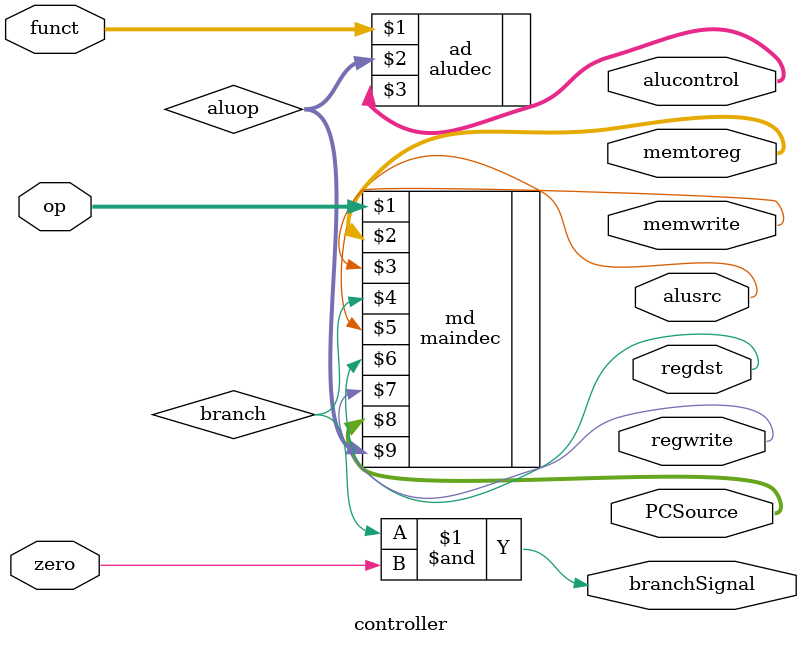
<source format=sv>
`timescale 1ns / 1ps
module controller(input logic[5:0] op, funct,
                  input logic zero,
                  output logic[1:0] memtoreg, 
                  output logic memwrite,
                  output logic branchSignal, alusrc,
                  output logic regdst, regwrite,
                  output logic[1:0] PCSource,
                  output logic[2:0] alucontrol);

   logic[1:0] aluop;
   logic branch;

   maindec md(op, memtoreg, memwrite, branch, alusrc, regdst, regwrite, PCSource, aluop);

   aludec  ad(funct, aluop, alucontrol);

   assign branchSignal = branch & zero;

endmodule
</source>
